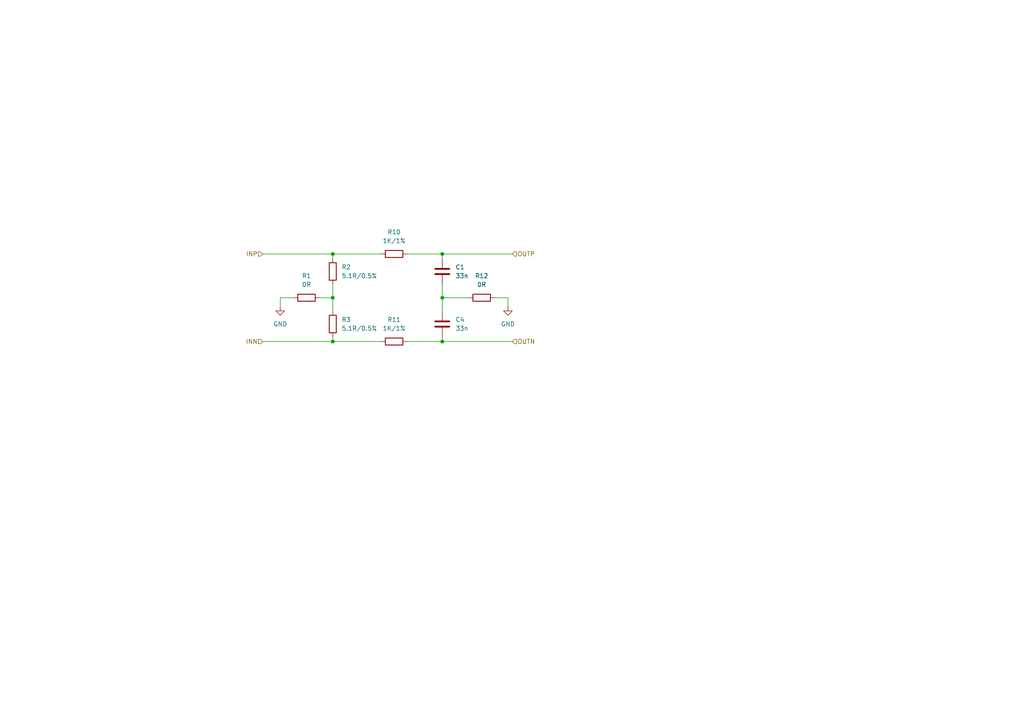
<source format=kicad_sch>
(kicad_sch (version 20231120) (generator "eeschema") (generator_version "8.0")
  (paper "A4")
  (lib_symbols
    (symbol "Device:C" (pin_numbers hide) (pin_names (offset 0.254))
      (property "Reference" "C" (at 0.635 2.54 0))
      (property "Value" "C" (at 0.635 -2.54 0))
      (symbol "C_0_1"
        (polyline (pts (xy -2.032 -0.762) (xy 2.032 -0.762)) (stroke (width 0.508)))
        (polyline (pts (xy -2.032 0.762) (xy 2.032 0.762)) (stroke (width 0.508)))
      )
      (symbol "C_1_1"
        (pin passive line (at 0 3.81 270) (length 2.794) (name "~") (number "1"))
        (pin passive line (at 0 -3.81 90) (length 2.794) (name "~") (number "2"))
      )
    )
    (symbol "Device:R" (pin_numbers hide) (pin_names (offset 0))
      (property "Reference" "R" (at 2.032 0 90))
      (property "Value" "R" (at 0 0 90))
      (symbol "R_0_1"
        (rectangle (start -1.016 -2.54) (end 1.016 2.54) (stroke (width 0.254)))
      )
      (symbol "R_1_1"
        (pin passive line (at 0 3.81 270) (length 1.27) (name "~") (number "1"))
        (pin passive line (at 0 -3.81 90) (length 1.27) (name "~") (number "2"))
      )
    )
    (symbol "power:GND" (power) (pin_numbers hide) (pin_names (offset 0) hide)
      (property "Value" "GND" (at 0 -3.81 0))
      (symbol "GND_0_1"
        (polyline (pts (xy 0 0) (xy 0 -1.27) (xy 1.27 -1.27) (xy 0 -2.54) (xy -1.27 -1.27) (xy 0 -1.27)))
      )
      (symbol "GND_1_1"
        (pin power_in line (at 0 0 270) (length 0) (name "~") (number "1"))
      )
    )
  )
  (junction (at 96.52 99.06))
  (junction (at 96.52 86.36))
  (junction (at 128.27 86.36))
  (junction (at 128.27 99.06))
  (junction (at 96.52 73.66))
  (junction (at 128.27 73.66))
  (wire (pts (xy 96.52 99.06) (xy 110.49 99.06)))
  (wire (pts (xy 96.52 82.55) (xy 96.52 86.36)))
  (wire (pts (xy 128.27 99.06) (xy 148.59 99.06)))
  (wire (pts (xy 96.52 86.36) (xy 96.52 90.17)))
  (wire (pts (xy 118.11 99.06) (xy 128.27 99.06)))
  (wire (pts (xy 135.89 86.36) (xy 128.27 86.36)))
  (wire (pts (xy 81.28 86.36) (xy 85.09 86.36)))
  (wire (pts (xy 76.2 73.66) (xy 96.52 73.66)))
  (wire (pts (xy 96.52 73.66) (xy 110.49 73.66)))
  (wire (pts (xy 128.27 97.79) (xy 128.27 99.06)))
  (wire (pts (xy 118.11 73.66) (xy 128.27 73.66)))
  (wire (pts (xy 96.52 73.66) (xy 96.52 74.93)))
  (wire (pts (xy 96.52 97.79) (xy 96.52 99.06)))
  (wire (pts (xy 128.27 73.66) (xy 148.59 73.66)))
  (wire (pts (xy 128.27 82.55) (xy 128.27 86.36)))
  (wire (pts (xy 81.28 88.9) (xy 81.28 86.36)))
  (wire (pts (xy 128.27 86.36) (xy 128.27 90.17)))
  (wire (pts (xy 147.32 86.36) (xy 143.51 86.36)))
  (wire (pts (xy 147.32 88.9) (xy 147.32 86.36)))
  (wire (pts (xy 128.27 73.66) (xy 128.27 74.93)))
  (wire (pts (xy 92.71 86.36) (xy 96.52 86.36)))
  (wire (pts (xy 76.2 99.06) (xy 96.52 99.06)))
  (hierarchical_label "INP" (shape input) (at 76.2 73.66 180))
  (hierarchical_label "OUTN" (shape input) (at 148.59 99.06 0))
  (hierarchical_label "OUTP" (shape input) (at 148.59 73.66 0))
  (hierarchical_label "INN" (shape input) (at 76.2 99.06 180))
  (symbol (lib_id "power:GND") (at 81.28 88.9 0) (unit 1)
    (property "Reference" "#PWR01" (effects (hide yes)))
    (property "Value" "GND" (at 81.28 93.98 0))
    (property "Description" "Power symbol creates a global label with name \"GND\" , ground" (effects (hide yes)))
    (instances (project "energymeter" (path "" (reference "#PWR01") (unit 1)) (path "" (reference "#PWR05") (unit 1)) (path "" (reference "#PWR011") (unit 1)) (path "" (reference "#PWR07") (unit 1)) (path "" (reference "#PWR015") (unit 1)) (path "" (reference "#PWR013") (unit 1)) (path "" (reference "#PWR03") (unit 1)) (path "" (reference "#PWR017") (unit 1)) (path "" (reference "#PWR09") (unit 1)) (path "" (reference "#PWR019") (unit 1))))
  )
  (symbol (lib_id "power:GND") (at 147.32 88.9 0) (unit 1)
    (property "Reference" "#PWR02" (effects (hide yes)))
    (property "Value" "GND" (at 147.32 93.98 0))
    (property "Description" "Power symbol creates a global label with name \"GND\" , ground" (effects (hide yes)))
    (instances (project "energymeter" (path "" (reference "#PWR02") (unit 1)) (path "" (reference "#PWR06") (unit 1)) (path "" (reference "#PWR012") (unit 1)) (path "" (reference "#PWR08") (unit 1)) (path "" (reference "#PWR016") (unit 1)) (path "" (reference "#PWR014") (unit 1)) (path "" (reference "#PWR04") (unit 1)) (path "" (reference "#PWR018") (unit 1)) (path "" (reference "#PWR010") (unit 1)) (path "" (reference "#PWR020") (unit 1))))
  )
  (symbol (lib_id "Device:R") (at 96.52 93.98 180) (unit 1)
    (property "Reference" "R3" (at 99.06 92.7099 0) (effects (justify right)))
    (property "Value" "5.1R/0.5%" (at 99.06 95.2499 0) (effects (justify right)))
    (property "Footprint" "Resistor_SMD:R_0603_1608Metric" (effects (hide yes)))
    (property "Datasheet" "https://wmsc.lcsc.com/wmsc/upload/file/pdf/v2/lcsc/2304140030_FH--Guangdong-Fenghua-Advanced-Tech-TD03G5R10BT_C657209.pdf" (effects (hide yes)))
    (property "Description" "Resistor" (effects (hide yes)))
    (property "LCSC" "C657209" (effects (hide yes)))
    (instances (project "energymeter" (path "" (reference "R3") (unit 1)) (path "" (reference "R15") (unit 1)) (path "" (reference "R33") (unit 1)) (path "" (reference "R21") (unit 1)) (path "" (reference "R45") (unit 1)) (path "" (reference "R39") (unit 1)) (path "" (reference "R6") (unit 1)) (path "" (reference "R51") (unit 1)) (path "" (reference "R27") (unit 1)) (path "" (reference "R57") (unit 1))))
  )
  (symbol (lib_id "Device:R") (at 114.3 99.06 90) (unit 1)
    (property "Reference" "R11" (at 114.3 92.71 90))
    (property "Value" "1K/1%" (at 114.3 95.25 90))
    (property "Footprint" "Resistor_SMD:R_0603_1608Metric" (effects (hide yes)))
    (property "Datasheet" "https://wmsc.lcsc.com/wmsc/upload/file/pdf/v2/lcsc/2206010130_UNI-ROYAL-Uniroyal-Elec-0603WAF1001T5E_C21190.pdf" (effects (hide yes)))
    (property "Description" "Resistor" (effects (hide yes)))
    (property "LCSC" "C21190" (effects (hide yes)))
    (instances (project "energymeter" (path "" (reference "R11") (unit 1)) (path "" (reference "R17") (unit 1)) (path "" (reference "R35") (unit 1)) (path "" (reference "R23") (unit 1)) (path "" (reference "R47") (unit 1)) (path "" (reference "R41") (unit 1)) (path "" (reference "R8") (unit 1)) (path "" (reference "R53") (unit 1)) (path "" (reference "R29") (unit 1)) (path "" (reference "R59") (unit 1))))
  )
  (symbol (lib_id "Device:R") (at 96.52 78.74 0) (unit 1)
    (property "Reference" "R2" (at 99.06 77.4699 0) (effects (justify left)))
    (property "Value" "5.1R/0.5%" (at 99.06 80.0099 0) (effects (justify left)))
    (property "Footprint" "Resistor_SMD:R_0603_1608Metric" (effects (hide yes)))
    (property "Datasheet" "https://wmsc.lcsc.com/wmsc/upload/file/pdf/v2/lcsc/2304140030_FH--Guangdong-Fenghua-Advanced-Tech-TD03G5R10BT_C657209.pdf" (effects (hide yes)))
    (property "Description" "Resistor" (effects (hide yes)))
    (property "LCSC" "C657209" (effects (hide yes)))
    (instances (project "energymeter" (path "" (reference "R2") (unit 1)) (path "" (reference "R14") (unit 1)) (path "" (reference "R32") (unit 1)) (path "" (reference "R20") (unit 1)) (path "" (reference "R44") (unit 1)) (path "" (reference "R38") (unit 1)) (path "" (reference "R5") (unit 1)) (path "" (reference "R50") (unit 1)) (path "" (reference "R26") (unit 1)) (path "" (reference "R56") (unit 1))))
  )
  (symbol (lib_id "Device:R") (at 88.9 86.36 90) (unit 1)
    (property "Reference" "R1" (at 88.9 80.01 90))
    (property "Value" "0R" (at 88.9 82.55 90))
    (property "Footprint" "Resistor_SMD:R_0603_1608Metric" (effects (hide yes)))
    (property "Datasheet" "https://wmsc.lcsc.com/wmsc/upload/file/pdf/v2/lcsc/2206010130_UNI-ROYAL-Uniroyal-Elec-0603WAF0000T5E_C21189.pdf" (effects (hide yes)))
    (property "Description" "Resistor" (effects (hide yes)))
    (property "LCSC" "C21189" (effects (hide yes)))
    (instances (project "energymeter" (path "" (reference "R1") (unit 1)) (path "" (reference "R13") (unit 1)) (path "" (reference "R31") (unit 1)) (path "" (reference "R19") (unit 1)) (path "" (reference "R43") (unit 1)) (path "" (reference "R37") (unit 1)) (path "" (reference "R4") (unit 1)) (path "" (reference "R49") (unit 1)) (path "" (reference "R25") (unit 1)) (path "" (reference "R55") (unit 1))))
  )
  (symbol (lib_id "Device:C") (at 128.27 93.98 180) (unit 1)
    (property "Reference" "C4" (at 132.08 92.7099 0) (effects (justify right)))
    (property "Value" "33n" (at 132.08 95.2499 0) (effects (justify right)))
    (property "Footprint" "Capacitor_SMD:C_0603_1608Metric" (effects (hide yes)))
    (property "Datasheet" "https://wmsc.lcsc.com/wmsc/upload/file/pdf/v2/lcsc/2304140030_Samsung-Electro-Mechanics-CL10B333KB8NNNC_C21117.pdf" (effects (hide yes)))
    (property "Description" "Unpolarized capacitor" (effects (hide yes)))
    (property "LCSC" "C21117" (effects (hide yes)))
    (instances (project "energymeter" (path "" (reference "C4") (unit 1)) (path "" (reference "C6") (unit 1)) (path "" (reference "C12") (unit 1)) (path "" (reference "C8") (unit 1)) (path "" (reference "C16") (unit 1)) (path "" (reference "C14") (unit 1)) (path "" (reference "C3") (unit 1)) (path "" (reference "C18") (unit 1)) (path "" (reference "C10") (unit 1)) (path "" (reference "C20") (unit 1))))
  )
  (symbol (lib_id "Device:R") (at 114.3 73.66 90) (unit 1)
    (property "Reference" "R10" (at 114.3 67.31 90))
    (property "Value" "1K/1%" (at 114.3 69.85 90))
    (property "Footprint" "Resistor_SMD:R_0603_1608Metric" (effects (hide yes)))
    (property "Datasheet" "https://wmsc.lcsc.com/wmsc/upload/file/pdf/v2/lcsc/2206010130_UNI-ROYAL-Uniroyal-Elec-0603WAF1001T5E_C21190.pdf" (effects (hide yes)))
    (property "Description" "Resistor" (effects (hide yes)))
    (property "LCSC" "C21190" (effects (hide yes)))
    (instances (project "energymeter" (path "" (reference "R10") (unit 1)) (path "" (reference "R16") (unit 1)) (path "" (reference "R34") (unit 1)) (path "" (reference "R22") (unit 1)) (path "" (reference "R46") (unit 1)) (path "" (reference "R40") (unit 1)) (path "" (reference "R7") (unit 1)) (path "" (reference "R52") (unit 1)) (path "" (reference "R28") (unit 1)) (path "" (reference "R58") (unit 1))))
  )
  (symbol (lib_id "Device:R") (at 139.7 86.36 90) (unit 1)
    (property "Reference" "R12" (at 139.7 80.01 90))
    (property "Value" "0R" (at 139.7 82.55 90))
    (property "Footprint" "Resistor_SMD:R_0603_1608Metric" (effects (hide yes)))
    (property "Datasheet" "https://wmsc.lcsc.com/wmsc/upload/file/pdf/v2/lcsc/2206010130_UNI-ROYAL-Uniroyal-Elec-0603WAF0000T5E_C21189.pdf" (effects (hide yes)))
    (property "Description" "Resistor" (effects (hide yes)))
    (property "LCSC" "C21189" (effects (hide yes)))
    (instances (project "energymeter" (path "" (reference "R12") (unit 1)) (path "" (reference "R18") (unit 1)) (path "" (reference "R36") (unit 1)) (path "" (reference "R24") (unit 1)) (path "" (reference "R48") (unit 1)) (path "" (reference "R42") (unit 1)) (path "" (reference "R9") (unit 1)) (path "" (reference "R54") (unit 1)) (path "" (reference "R30") (unit 1)) (path "" (reference "R60") (unit 1))))
  )
  (symbol (lib_id "Device:C") (at 128.27 78.74 180) (unit 1)
    (property "Reference" "C1" (at 132.08 77.4699 0) (effects (justify right)))
    (property "Value" "33n" (at 132.08 80.0099 0) (effects (justify right)))
    (property "Footprint" "Capacitor_SMD:C_0603_1608Metric" (effects (hide yes)))
    (property "Datasheet" "https://wmsc.lcsc.com/wmsc/upload/file/pdf/v2/lcsc/2304140030_Samsung-Electro-Mechanics-CL10B333KB8NNNC_C21117.pdf" (effects (hide yes)))
    (property "Description" "Unpolarized capacitor" (effects (hide yes)))
    (property "LCSC" "C21117" (effects (hide yes)))
    (instances (project "energymeter" (path "" (reference "C1") (unit 1)) (path "" (reference "C5") (unit 1)) (path "" (reference "C11") (unit 1)) (path "" (reference "C7") (unit 1)) (path "" (reference "C15") (unit 1)) (path "" (reference "C13") (unit 1)) (path "" (reference "C2") (unit 1)) (path "" (reference "C17") (unit 1)) (path "" (reference "C9") (unit 1)) (path "" (reference "C19") (unit 1))))
  )
)
</source>
